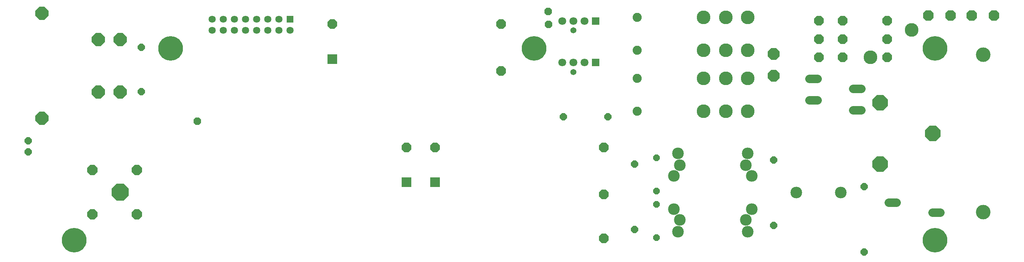
<source format=gbs>
G75*
%MOIN*%
%OFA0B0*%
%FSLAX25Y25*%
%IPPOS*%
%LPD*%
%AMOC8*
5,1,8,0,0,1.08239X$1,22.5*
%
%ADD10C,0.07587*%
%ADD11OC8,0.06500*%
%ADD12OC8,0.10500*%
%ADD13OC8,0.08768*%
%ADD14C,0.12311*%
%ADD15C,0.13098*%
%ADD16OC8,0.13886*%
%ADD17OC8,0.11768*%
%ADD18OC8,0.09100*%
%ADD19OC8,0.15500*%
%ADD20R,0.07100X0.07100*%
%ADD21C,0.07100*%
%ADD22C,0.05421*%
%ADD23R,0.06406X0.06406*%
%ADD24C,0.06406*%
%ADD25OC8,0.06406*%
%ADD26OC8,0.09555*%
%ADD27OC8,0.06996*%
%ADD28R,0.08768X0.08768*%
%ADD29OC8,0.05900*%
%ADD30C,0.08177*%
%ADD31C,0.10500*%
%ADD32C,0.22154*%
D10*
X0817841Y0206173D02*
X0824928Y0206173D01*
X0857211Y0197118D02*
X0864298Y0197118D01*
X0864298Y0216618D02*
X0857211Y0216618D01*
X0824928Y0225673D02*
X0817841Y0225673D01*
X0889091Y0113923D02*
X0896178Y0113923D01*
X0928461Y0104868D02*
X0935548Y0104868D01*
D11*
X0867070Y0128396D03*
X0785570Y0152396D03*
X0660820Y0148646D03*
X0636570Y0191396D03*
X0596570Y0191396D03*
X0785570Y0093396D03*
X0867070Y0069396D03*
X0660820Y0089646D03*
X0217288Y0213927D03*
X0217288Y0253927D03*
D12*
X0785570Y0247988D03*
X0785570Y0228303D03*
D13*
X0826243Y0244860D03*
X0847896Y0244860D03*
X0887820Y0244860D03*
X0887820Y0261396D03*
X0847896Y0261396D03*
X0826243Y0261396D03*
X0826243Y0277931D03*
X0847896Y0277931D03*
X0887820Y0277931D03*
X0540806Y0274882D03*
X0540806Y0232559D03*
X0389231Y0274882D03*
X0455890Y0163632D03*
X0481481Y0163632D03*
X0633056Y0163632D03*
X0633056Y0121309D03*
X0633056Y0081742D03*
D14*
X0722741Y0196264D03*
X0742583Y0196264D03*
X0762426Y0196264D03*
X0762426Y0226028D03*
X0742583Y0226028D03*
X0722741Y0226028D03*
X0722741Y0251264D03*
X0742583Y0251264D03*
X0762426Y0251264D03*
X0762426Y0281028D03*
X0742583Y0281028D03*
X0722741Y0281028D03*
X0872662Y0244860D03*
X0909670Y0269663D03*
D15*
X0974054Y0247122D03*
X0974054Y0105390D03*
D16*
X0881534Y0148697D03*
X0928778Y0176256D03*
X0881534Y0203815D03*
D17*
X0198463Y0213657D03*
X0178778Y0213657D03*
X0127991Y0190035D03*
X0178778Y0260902D03*
X0198463Y0260902D03*
X0127991Y0284524D03*
D18*
X0173424Y0143106D03*
X0213424Y0143106D03*
X0213424Y0103106D03*
X0173424Y0103106D03*
D19*
X0198463Y0123106D03*
D20*
X0625820Y0240146D03*
X0625820Y0277646D03*
D21*
X0615820Y0277646D03*
X0605820Y0277646D03*
X0595820Y0277646D03*
X0595820Y0240146D03*
X0605820Y0240146D03*
X0615820Y0240146D03*
D22*
X0605820Y0231642D03*
X0605820Y0269142D03*
D23*
X0351070Y0279146D03*
D24*
X0341070Y0279146D03*
X0331070Y0279146D03*
X0321070Y0279146D03*
X0311070Y0279146D03*
X0301070Y0279146D03*
X0291070Y0279146D03*
X0281070Y0279146D03*
X0281070Y0269146D03*
X0291070Y0269146D03*
X0301070Y0269146D03*
X0311070Y0269146D03*
X0321070Y0269146D03*
X0331070Y0269146D03*
X0341070Y0269146D03*
X0351070Y0269146D03*
D25*
X0115786Y0169445D03*
X0115786Y0159445D03*
D26*
X0924820Y0282646D03*
X0944820Y0282646D03*
X0963820Y0282646D03*
X0983820Y0282646D03*
D27*
X0583320Y0274646D03*
X0583070Y0286146D03*
X0267820Y0187396D03*
D28*
X0389231Y0243386D03*
X0455890Y0132136D03*
X0481481Y0132136D03*
D29*
X0680320Y0124396D03*
X0680320Y0112396D03*
X0680320Y0082396D03*
X0680320Y0154396D03*
D30*
X0663213Y0196264D03*
X0663213Y0226028D03*
X0663213Y0251264D03*
X0663213Y0281028D03*
D31*
X0699573Y0158329D03*
X0701542Y0147502D03*
X0696070Y0137896D03*
X0760597Y0147502D03*
X0762566Y0158329D03*
X0766070Y0137896D03*
X0806070Y0122896D03*
X0846070Y0122896D03*
X0766070Y0107896D03*
X0760597Y0098289D03*
X0762566Y0087463D03*
X0701542Y0098289D03*
X0699573Y0087463D03*
X0696070Y0107896D03*
D32*
X0157125Y0079799D03*
X0243739Y0253028D03*
X0570510Y0253028D03*
X0930747Y0253028D03*
X0930747Y0079799D03*
M02*

</source>
